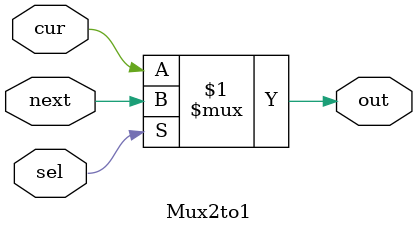
<source format=v>
module Mux2to1( out, cur, next, sel ) ;
	input cur, next, sel ;
	output out ;
	assign out = sel ? next : cur ;
endmodule
</source>
